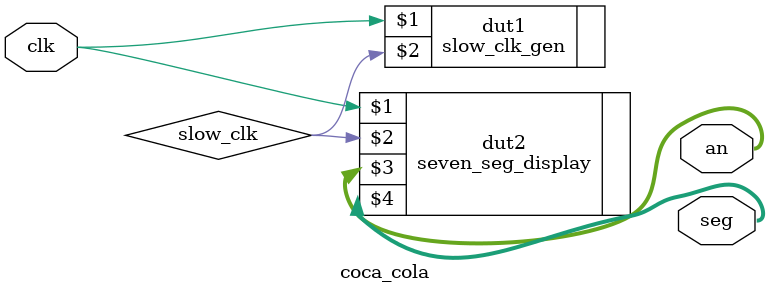
<source format=v>
`timescale 1ns / 1ps


// Show the phrase "COCA-COLA" scrolling from right to left on seven-segment display as if on a vending machine
module coca_cola(
    input clk,
    output [3:0] an,
    output [6:0] seg
    );
    
    wire slow_clk;
    
    slow_clk_gen dut1 (clk, slow_clk);
    seven_seg_display dut2 (clk, slow_clk, an, seg);
    
endmodule

</source>
